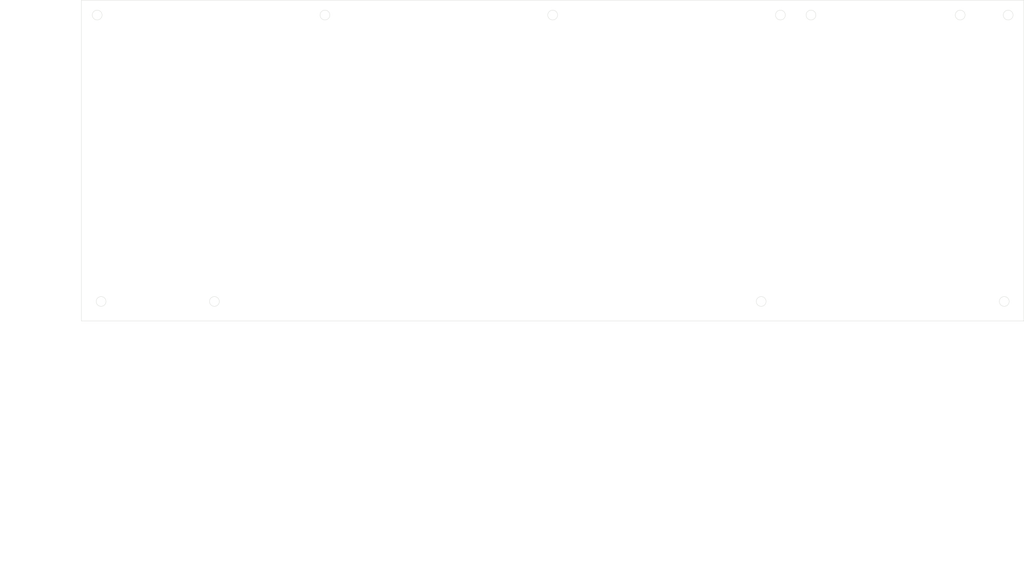
<source format=kicad_pcb>
(kicad_pcb (version 20171130) (host pcbnew "(5.1.4-0-10_14)")

  (general
    (thickness 1.6)
    (drawings 34)
    (tracks 0)
    (zones 0)
    (modules 0)
    (nets 1)
  )

  (page B)
  (title_block
    (title "Universal Retro Keyboard")
    (date 2019-08-25)
    (rev 1.0)
    (company OSIWeb.org)
    (comment 1 "Key matrix w/ LED")
  )

  (layers
    (0 F.Cu signal)
    (31 B.Cu signal)
    (32 B.Adhes user)
    (33 F.Adhes user)
    (34 B.Paste user)
    (35 F.Paste user)
    (36 B.SilkS user)
    (37 F.SilkS user)
    (38 B.Mask user)
    (39 F.Mask user)
    (40 Dwgs.User user)
    (41 Cmts.User user)
    (42 Eco1.User user)
    (43 Eco2.User user)
    (44 Edge.Cuts user)
    (45 Margin user)
    (46 B.CrtYd user)
    (47 F.CrtYd user)
    (48 B.Fab user)
    (49 F.Fab user)
  )

  (setup
    (last_trace_width 0.254)
    (user_trace_width 0.254)
    (user_trace_width 0.508)
    (user_trace_width 1.27)
    (trace_clearance 0.2)
    (zone_clearance 0.508)
    (zone_45_only no)
    (trace_min 0.2)
    (via_size 0.8128)
    (via_drill 0.4064)
    (via_min_size 0.4)
    (via_min_drill 0.3)
    (user_via 1.27 0.7112)
    (uvia_size 0.3048)
    (uvia_drill 0.1016)
    (uvias_allowed no)
    (uvia_min_size 0.2)
    (uvia_min_drill 0.1)
    (edge_width 0.1)
    (segment_width 0.2)
    (pcb_text_width 0.3)
    (pcb_text_size 1.5 1.5)
    (mod_edge_width 0.15)
    (mod_text_size 1 1)
    (mod_text_width 0.15)
    (pad_size 3.9878 3.9878)
    (pad_drill 3.9878)
    (pad_to_mask_clearance 0)
    (aux_axis_origin 61.4172 179.1081)
    (visible_elements 7FFFEFFF)
    (pcbplotparams
      (layerselection 0x010fc_ffffffff)
      (usegerberextensions false)
      (usegerberattributes false)
      (usegerberadvancedattributes false)
      (creategerberjobfile false)
      (excludeedgelayer true)
      (linewidth 0.100000)
      (plotframeref false)
      (viasonmask false)
      (mode 1)
      (useauxorigin false)
      (hpglpennumber 1)
      (hpglpenspeed 20)
      (hpglpendiameter 15.000000)
      (psnegative false)
      (psa4output false)
      (plotreference true)
      (plotvalue true)
      (plotinvisibletext false)
      (padsonsilk false)
      (subtractmaskfromsilk false)
      (outputformat 1)
      (mirror false)
      (drillshape 1)
      (scaleselection 1)
      (outputdirectory ""))
  )

  (net 0 "")

  (net_class Default "This is the default net class."
    (clearance 0.2)
    (trace_width 0.254)
    (via_dia 0.8128)
    (via_drill 0.4064)
    (uvia_dia 0.3048)
    (uvia_drill 0.1016)
    (diff_pair_width 0.2032)
    (diff_pair_gap 0.254)
  )

  (net_class power1 ""
    (clearance 0.254)
    (trace_width 1.27)
    (via_dia 1.27)
    (via_drill 0.7112)
    (uvia_dia 0.3048)
    (uvia_drill 0.1016)
    (diff_pair_width 0.2032)
    (diff_pair_gap 0.254)
  )

  (net_class signal ""
    (clearance 0.2032)
    (trace_width 0.254)
    (via_dia 0.8128)
    (via_drill 0.4064)
    (uvia_dia 0.3048)
    (uvia_drill 0.1016)
    (diff_pair_width 0.2032)
    (diff_pair_gap 0.254)
  )

  (gr_line (start 320.548 137.033) (end 320.548 156.083) (layer B.Fab) (width 0.15))
  (gr_line (start 339.598 137.033) (end 320.548 137.033) (layer B.Fab) (width 0.15))
  (gr_line (start 339.598 118.745) (end 339.598 137.033) (layer B.Fab) (width 0.15))
  (gr_line (start 325.374 118.745) (end 339.598 118.745) (layer B.Fab) (width 0.15))
  (gr_line (start 325.374 80.645) (end 325.374 118.745) (layer B.Fab) (width 0.15))
  (gr_circle (center 143.51 78.74) (end 145.0975 78.74) (layer Edge.Cuts) (width 0.1) (tstamp 5D91233E))
  (gr_circle (center 290.83 78.74) (end 292.4175 78.74) (layer Edge.Cuts) (width 0.1) (tstamp 5D9123A8))
  (gr_circle (center 284.607 171.45) (end 286.1945 171.45) (layer Edge.Cuts) (width 0.1) (tstamp 5D9122A9))
  (gr_circle (center 107.7595 171.45) (end 109.347 171.45) (layer Edge.Cuts) (width 0.1) (tstamp 5D9122A9))
  (gr_circle (center 300.7106 78.74) (end 302.2981 78.74) (layer Edge.Cuts) (width 0.1) (tstamp 5D912365))
  (gr_circle (center 348.9706 78.74) (end 350.5581 78.74) (layer Edge.Cuts) (width 0.1) (tstamp 5D912368))
  (gr_circle (center 217.17 78.74) (end 218.7575 78.74) (layer Edge.Cuts) (width 0.1) (tstamp 5D9123AE))
  (gr_circle (center 364.49 78.74) (end 366.0775 78.74) (layer Edge.Cuts) (width 0.1) (tstamp 5D9123AB))
  (gr_circle (center 363.22 171.45) (end 364.8075 171.45) (layer Edge.Cuts) (width 0.1) (tstamp 5D911836))
  (gr_circle (center 71.12 171.45) (end 72.7075 171.45) (layer Edge.Cuts) (width 0.1) (tstamp 5D911836))
  (gr_circle (center 69.85 78.74) (end 71.4375 78.74) (layer Edge.Cuts) (width 0.1) (tstamp 5D9123B1))
  (gr_line (start 78.486 99.695) (end 78.486 80.645) (layer B.Fab) (width 0.15))
  (gr_line (start 68.834 99.695) (end 78.486 99.695) (layer B.Fab) (width 0.15))
  (gr_line (start 68.834 117.983) (end 68.834 99.695) (layer B.Fab) (width 0.15))
  (gr_line (start 73.406 117.983) (end 68.834 117.983) (layer B.Fab) (width 0.15))
  (gr_line (start 73.406 137.033) (end 73.406 117.983) (layer B.Fab) (width 0.15))
  (gr_line (start 78.359 137.033) (end 73.533 137.033) (layer B.Fab) (width 0.15))
  (gr_line (start 78.359 156.083) (end 78.359 137.033) (layer B.Fab) (width 0.15))
  (gr_line (start 121.158 156.083) (end 78.359 156.083) (layer B.Fab) (width 0.15))
  (gr_line (start 121.158 175.133) (end 121.158 156.083) (layer B.Fab) (width 0.15))
  (gr_line (start 272.923 175.133) (end 121.158 175.133) (layer B.Fab) (width 0.15) (tstamp 5D90C768))
  (gr_line (start 272.923 156.083) (end 272.923 175.133) (layer B.Fab) (width 0.15))
  (gr_line (start 320.548 156.083) (end 272.923 156.083) (layer B.Fab) (width 0.15))
  (gr_line (start 78.486 80.645) (end 325.374 80.645) (layer B.Fab) (width 0.15) (tstamp 5D90C80E))
  (gr_line (start 64.77 177.8) (end 369.57 177.8) (layer Edge.Cuts) (width 0.1) (tstamp 5D911490))
  (gr_line (start 64.77 73.914) (end 64.77 177.8) (layer Edge.Cuts) (width 0.1))
  (gr_line (start 369.57 73.914) (end 64.77 73.914) (layer Edge.Cuts) (width 0.1) (tstamp 5D91148D))
  (gr_line (start 369.57 177.8) (end 369.57 73.914) (layer Edge.Cuts) (width 0.1) (tstamp 5D91148A))
  (gr_text "Distances:\nVertical: 0.75 inch\nHorizontal (1x - 1x): 0.75 inch\nHorizontal (1x - 1.5x): 0.939 inch\nHorizontal (Row 1 left key -> Row 2 left key): -0.379 inch\nHorizontal (Row 2 left key -> Row 3 left key): 0.187 inch\nHorizontal (Row 3 left key -> Row 4 left key): 0.186 inch\nHorizontal (Row 4 left key -> space bar): 4.310 inch" (at 38.4175 240.0681) (layer Cmts.User)
    (effects (font (size 2.54 2.54) (thickness 0.3048)) (justify left))
  )

)

</source>
